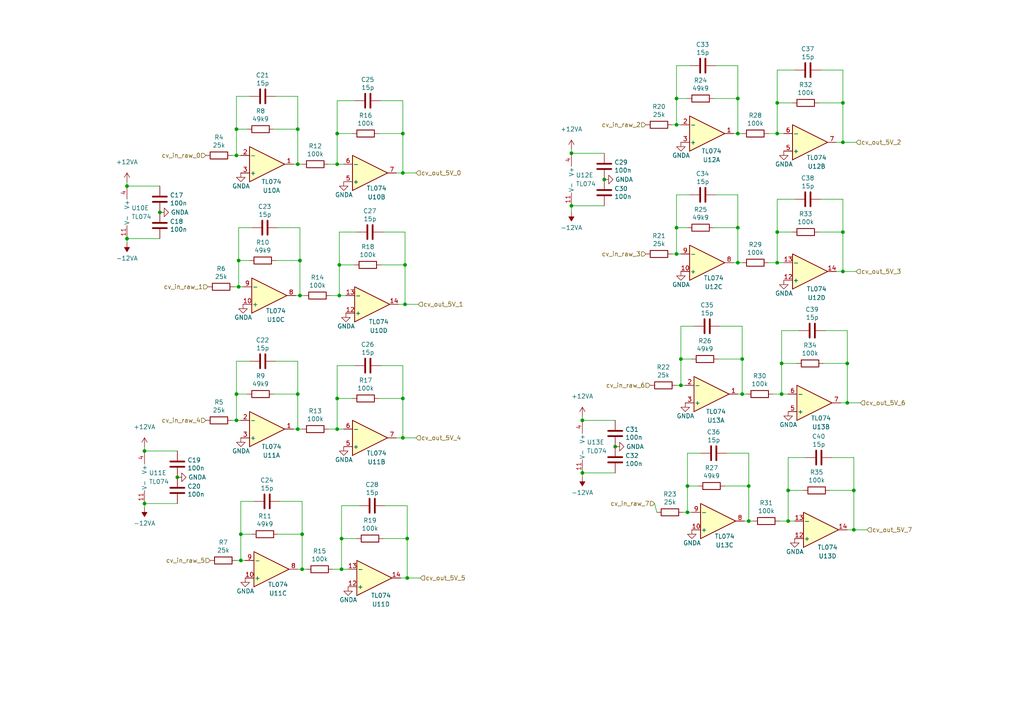
<source format=kicad_sch>
(kicad_sch (version 20211123) (generator eeschema)
  (paper "A4")
  (lib_symbols
    (symbol "Amplifier_Operational:TL074" (pin_names (offset 0.127))
      (property "Reference" "U" (at 0 5.08 0))
      (property "Value" "TL074" (at 0 -5.08 0))
      (symbol "TL074_1_1"
        (polyline (pts (xy -5.08 5.08) (xy 5.08 0) (xy -5.08 -5.08) (xy -5.08 5.08)) (stroke (width 0.254)) (fill (type background)))
        (pin output line (at 7.62 0 180) (length 2.54) (name "~") (number "1"))
        (pin input line (at -7.62 -2.54 0) (length 2.54) (name "-") (number "2"))
        (pin input line (at -7.62 2.54 0) (length 2.54) (name "+") (number "3"))
      )
      (symbol "TL074_2_1"
        (polyline (pts (xy -5.08 5.08) (xy 5.08 0) (xy -5.08 -5.08) (xy -5.08 5.08)) (stroke (width 0.254)) (fill (type background)))
        (pin input line (at -7.62 2.54 0) (length 2.54) (name "+") (number "5"))
        (pin input line (at -7.62 -2.54 0) (length 2.54) (name "-") (number "6"))
        (pin output line (at 7.62 0 180) (length 2.54) (name "~") (number "7"))
      )
      (symbol "TL074_3_1"
        (polyline (pts (xy -5.08 5.08) (xy 5.08 0) (xy -5.08 -5.08) (xy -5.08 5.08)) (stroke (width 0.254)) (fill (type background)))
        (pin input line (at -7.62 2.54 0) (length 2.54) (name "+") (number "10"))
        (pin output line (at 7.62 0 180) (length 2.54) (name "~") (number "8"))
        (pin input line (at -7.62 -2.54 0) (length 2.54) (name "-") (number "9"))
      )
      (symbol "TL074_4_1"
        (polyline (pts (xy -5.08 5.08) (xy 5.08 0) (xy -5.08 -5.08) (xy -5.08 5.08)) (stroke (width 0.254)) (fill (type background)))
        (pin input line (at -7.62 2.54 0) (length 2.54) (name "+") (number "12"))
        (pin input line (at -7.62 -2.54 0) (length 2.54) (name "-") (number "13"))
        (pin output line (at 7.62 0 180) (length 2.54) (name "~") (number "14"))
      )
      (symbol "TL074_5_1"
        (pin power_in line (at -2.54 -7.62 90) (length 3.81) (name "V-") (number "11"))
        (pin power_in line (at -2.54 7.62 270) (length 3.81) (name "V+") (number "4"))
      )
    )
    (symbol "Device:C" (pin_numbers hide) (pin_names (offset 0.254))
      (property "Reference" "C" (at 0.635 2.54 0))
      (property "Value" "C" (at 0.635 -2.54 0))
      (symbol "C_0_1"
        (polyline (pts (xy -2.032 -0.762) (xy 2.032 -0.762)) (stroke (width 0.508)))
        (polyline (pts (xy -2.032 0.762) (xy 2.032 0.762)) (stroke (width 0.508)))
      )
      (symbol "C_1_1"
        (pin passive line (at 0 3.81 270) (length 2.794) (name "~") (number "1"))
        (pin passive line (at 0 -3.81 90) (length 2.794) (name "~") (number "2"))
      )
    )
    (symbol "Device:R" (pin_numbers hide) (pin_names (offset 0))
      (property "Reference" "R" (at 2.032 0 90))
      (property "Value" "R" (at 0 0 90))
      (symbol "R_0_1"
        (rectangle (start -1.016 -2.54) (end 1.016 2.54) (stroke (width 0.254)))
      )
      (symbol "R_1_1"
        (pin passive line (at 0 3.81 270) (length 1.27) (name "~") (number "1"))
        (pin passive line (at 0 -3.81 90) (length 1.27) (name "~") (number "2"))
      )
    )
    (symbol "power:+12VA" (power) (pin_names (offset 0))
      (property "Value" "+12VA" (at 0 3.556 0))
      (symbol "+12VA_0_1"
        (polyline (pts (xy -0.762 1.27) (xy 0 2.54)))
        (polyline (pts (xy 0 0) (xy 0 2.54)))
        (polyline (pts (xy 0 2.54) (xy 0.762 1.27)))
      )
      (symbol "+12VA_1_1"
        (pin power_in line (at 0 0 90) (length 0) hide (name "+12VA") (number "1"))
      )
    )
    (symbol "power:-12VA" (power) (pin_names (offset 0))
      (property "Value" "-12VA" (at 0 3.556 0))
      (symbol "-12VA_0_0"
        (pin power_in line (at 0 0 90) (length 0) hide (name "-12VA") (number "1"))
      )
      (symbol "-12VA_0_1"
        (polyline (pts (xy 0 0) (xy 0 1.27) (xy 0.762 1.27) (xy 0 2.54) (xy -0.762 1.27) (xy 0 1.27)) (fill (type outline)))
      )
    )
    (symbol "power:GNDA" (power) (pin_names (offset 0))
      (property "Value" "GNDA" (at 0 -3.81 0))
      (symbol "GNDA_0_1"
        (polyline (pts (xy 0 0) (xy 0 -1.27) (xy 1.27 -1.27) (xy 0 -2.54) (xy -1.27 -1.27) (xy 0 -1.27)))
      )
      (symbol "GNDA_1_1"
        (pin power_in line (at 0 0 270) (length 0) hide (name "GNDA") (number "1"))
      )
    )
  )
  (junction (at 41.91 130.81))
  (junction (at 68.58 37.465))
  (junction (at 98.425 76.835))
  (junction (at 118.11 156.21))
  (junction (at 213.995 38.735))
  (junction (at 244.475 67.31))
  (junction (at 178.435 129.54))
  (junction (at 36.83 69.215))
  (junction (at 247.65 153.67))
  (junction (at 69.85 154.94))
  (junction (at 68.58 45.085))
  (junction (at 168.91 137.16))
  (junction (at 213.995 28.575))
  (junction (at 41.91 146.05))
  (junction (at 199.39 140.97))
  (junction (at 69.215 75.565))
  (junction (at 225.425 38.735))
  (junction (at 117.475 76.835))
  (junction (at 196.215 66.04))
  (junction (at 226.695 114.3))
  (junction (at 245.745 116.84))
  (junction (at 68.58 114.3))
  (junction (at 165.735 59.69))
  (junction (at 247.65 142.24))
  (junction (at 245.745 105.41))
  (junction (at 86.36 124.46))
  (junction (at 228.6 142.24))
  (junction (at 51.435 138.43))
  (junction (at 86.36 114.3))
  (junction (at 116.84 38.735))
  (junction (at 168.91 121.92))
  (junction (at 86.995 75.565))
  (junction (at 98.425 85.725))
  (junction (at 99.06 156.21))
  (junction (at 213.995 66.04))
  (junction (at 86.995 85.725))
  (junction (at 97.79 47.625))
  (junction (at 99.06 165.1))
  (junction (at 225.425 29.845))
  (junction (at 175.26 52.07))
  (junction (at 97.79 38.735))
  (junction (at 86.36 37.465))
  (junction (at 217.17 140.97))
  (junction (at 86.36 47.625))
  (junction (at 228.6 151.13))
  (junction (at 116.84 127))
  (junction (at 165.735 44.45))
  (junction (at 197.485 111.76))
  (junction (at 225.425 67.31))
  (junction (at 244.475 29.845))
  (junction (at 97.79 115.57))
  (junction (at 199.39 148.59))
  (junction (at 197.485 104.14))
  (junction (at 196.215 36.195))
  (junction (at 69.215 83.185))
  (junction (at 244.475 78.74))
  (junction (at 196.215 73.66))
  (junction (at 87.63 154.94))
  (junction (at 68.58 121.92))
  (junction (at 244.475 41.275))
  (junction (at 117.475 88.265))
  (junction (at 215.265 104.14))
  (junction (at 116.84 115.57))
  (junction (at 46.355 61.595))
  (junction (at 225.425 76.2))
  (junction (at 36.83 53.975))
  (junction (at 196.215 28.575))
  (junction (at 69.85 162.56))
  (junction (at 213.995 76.2))
  (junction (at 97.79 124.46))
  (junction (at 116.84 50.165))
  (junction (at 215.265 114.3))
  (junction (at 226.695 105.41))
  (junction (at 87.63 165.1))
  (junction (at 217.17 151.13))
  (junction (at 118.11 167.64))
  (wire (pts (xy 199.39 131.445) (xy 199.39 140.97)))
  (wire (pts (xy 197.485 111.76) (xy 197.485 104.14)))
  (wire (pts (xy 36.83 70.485) (xy 36.83 69.215)))
  (wire (pts (xy 116.84 38.735) (xy 116.84 50.165)))
  (wire (pts (xy 86.36 47.625) (xy 85.09 47.625)))
  (wire (pts (xy 213.995 76.2) (xy 212.725 76.2)))
  (wire (pts (xy 79.375 37.465) (xy 86.36 37.465)))
  (wire (pts (xy 215.265 114.3) (xy 216.535 114.3)))
  (wire (pts (xy 68.58 37.465) (xy 71.755 37.465)))
  (wire (pts (xy 111.76 146.685) (xy 118.11 146.685)))
  (wire (pts (xy 73.66 145.415) (xy 69.85 145.415)))
  (wire (pts (xy 228.6 142.24) (xy 228.6 151.13)))
  (wire (pts (xy 86.36 124.46) (xy 85.09 124.46)))
  (wire (pts (xy 68.58 162.56) (xy 69.85 162.56)))
  (wire (pts (xy 196.215 36.195) (xy 196.215 28.575)))
  (wire (pts (xy 116.84 106.045) (xy 116.84 115.57)))
  (wire (pts (xy 200.025 56.515) (xy 196.215 56.515)))
  (wire (pts (xy 86.36 104.775) (xy 86.36 114.3)))
  (wire (pts (xy 244.475 41.275) (xy 242.57 41.275)))
  (wire (pts (xy 213.995 38.735) (xy 215.265 38.735)))
  (wire (pts (xy 41.91 129.54) (xy 41.91 130.81)))
  (wire (pts (xy 68.58 104.775) (xy 68.58 114.3)))
  (wire (pts (xy 244.475 57.785) (xy 244.475 67.31)))
  (wire (pts (xy 233.68 132.715) (xy 228.6 132.715)))
  (wire (pts (xy 81.28 145.415) (xy 87.63 145.415)))
  (wire (pts (xy 213.995 19.05) (xy 213.995 28.575)))
  (wire (pts (xy 116.84 29.21) (xy 116.84 38.735)))
  (wire (pts (xy 228.6 132.715) (xy 228.6 142.24)))
  (wire (pts (xy 196.215 28.575) (xy 199.39 28.575)))
  (wire (pts (xy 67.945 83.185) (xy 69.215 83.185)))
  (wire (pts (xy 197.485 111.76) (xy 198.755 111.76)))
  (wire (pts (xy 222.885 76.2) (xy 225.425 76.2)))
  (wire (pts (xy 87.63 154.94) (xy 87.63 165.1)))
  (wire (pts (xy 98.425 67.31) (xy 98.425 76.835)))
  (wire (pts (xy 69.85 154.94) (xy 73.025 154.94)))
  (wire (pts (xy 198.12 148.59) (xy 199.39 148.59)))
  (wire (pts (xy 111.125 67.31) (xy 117.475 67.31)))
  (wire (pts (xy 97.79 38.735) (xy 102.235 38.735)))
  (wire (pts (xy 210.82 131.445) (xy 217.17 131.445)))
  (wire (pts (xy 95.25 124.46) (xy 97.79 124.46)))
  (wire (pts (xy 196.215 73.66) (xy 197.485 73.66)))
  (wire (pts (xy 98.425 85.725) (xy 100.33 85.725)))
  (wire (pts (xy 68.58 114.3) (xy 71.755 114.3)))
  (wire (pts (xy 210.185 140.97) (xy 217.17 140.97)))
  (wire (pts (xy 245.745 105.41) (xy 245.745 116.84)))
  (wire (pts (xy 215.265 104.14) (xy 215.265 114.3)))
  (wire (pts (xy 99.06 146.685) (xy 99.06 156.21)))
  (wire (pts (xy 245.745 95.885) (xy 245.745 105.41)))
  (wire (pts (xy 226.695 95.885) (xy 226.695 105.41)))
  (wire (pts (xy 68.58 121.92) (xy 69.85 121.92)))
  (wire (pts (xy 97.79 124.46) (xy 99.695 124.46)))
  (wire (pts (xy 99.06 156.21) (xy 103.505 156.21)))
  (wire (pts (xy 69.215 66.04) (xy 69.215 75.565)))
  (wire (pts (xy 231.775 95.885) (xy 226.695 95.885)))
  (wire (pts (xy 117.475 88.265) (xy 121.285 88.265)))
  (wire (pts (xy 109.855 38.735) (xy 116.84 38.735)))
  (wire (pts (xy 213.995 38.735) (xy 212.725 38.735)))
  (wire (pts (xy 203.2 131.445) (xy 199.39 131.445)))
  (wire (pts (xy 97.79 115.57) (xy 97.79 124.46)))
  (wire (pts (xy 95.885 85.725) (xy 98.425 85.725)))
  (wire (pts (xy 237.49 67.31) (xy 244.475 67.31)))
  (wire (pts (xy 244.475 67.31) (xy 244.475 78.74)))
  (wire (pts (xy 207.01 28.575) (xy 213.995 28.575)))
  (wire (pts (xy 118.11 167.64) (xy 116.205 167.64)))
  (wire (pts (xy 41.91 147.32) (xy 41.91 146.05)))
  (wire (pts (xy 213.995 66.04) (xy 213.995 76.2)))
  (wire (pts (xy 217.17 140.97) (xy 217.17 151.13)))
  (wire (pts (xy 95.25 47.625) (xy 97.79 47.625)))
  (wire (pts (xy 178.435 137.16) (xy 168.91 137.16)))
  (wire (pts (xy 215.265 114.3) (xy 213.995 114.3)))
  (wire (pts (xy 68.58 45.085) (xy 68.58 37.465)))
  (wire (pts (xy 68.58 121.92) (xy 68.58 114.3)))
  (wire (pts (xy 116.84 115.57) (xy 116.84 127)))
  (wire (pts (xy 97.79 29.21) (xy 97.79 38.735)))
  (wire (pts (xy 244.475 29.845) (xy 244.475 41.275)))
  (wire (pts (xy 197.485 94.615) (xy 197.485 104.14)))
  (wire (pts (xy 87.63 165.1) (xy 88.9 165.1)))
  (wire (pts (xy 86.36 124.46) (xy 87.63 124.46)))
  (wire (pts (xy 207.645 19.05) (xy 213.995 19.05)))
  (wire (pts (xy 86.995 75.565) (xy 86.995 85.725)))
  (wire (pts (xy 104.14 146.685) (xy 99.06 146.685)))
  (wire (pts (xy 207.645 56.515) (xy 213.995 56.515)))
  (wire (pts (xy 86.995 66.04) (xy 86.995 75.565)))
  (wire (pts (xy 67.31 45.085) (xy 68.58 45.085)))
  (wire (pts (xy 69.215 83.185) (xy 70.485 83.185)))
  (wire (pts (xy 36.83 52.705) (xy 36.83 53.975)))
  (wire (pts (xy 230.505 20.32) (xy 225.425 20.32)))
  (wire (pts (xy 225.425 29.845) (xy 225.425 38.735)))
  (wire (pts (xy 102.87 29.21) (xy 97.79 29.21)))
  (wire (pts (xy 225.425 76.2) (xy 227.33 76.2)))
  (wire (pts (xy 225.425 38.735) (xy 227.33 38.735)))
  (wire (pts (xy 247.65 132.715) (xy 247.65 142.24)))
  (wire (pts (xy 116.84 127) (xy 114.935 127)))
  (wire (pts (xy 86.995 85.725) (xy 88.265 85.725)))
  (wire (pts (xy 99.06 156.21) (xy 99.06 165.1)))
  (wire (pts (xy 228.6 151.13) (xy 230.505 151.13)))
  (wire (pts (xy 110.49 76.835) (xy 117.475 76.835)))
  (wire (pts (xy 117.475 76.835) (xy 117.475 88.265)))
  (wire (pts (xy 247.65 153.67) (xy 251.46 153.67)))
  (wire (pts (xy 69.215 75.565) (xy 72.39 75.565)))
  (wire (pts (xy 238.76 105.41) (xy 245.745 105.41)))
  (wire (pts (xy 165.735 59.69) (xy 165.735 61.595)))
  (wire (pts (xy 225.425 67.31) (xy 229.87 67.31)))
  (wire (pts (xy 217.17 151.13) (xy 215.9 151.13)))
  (wire (pts (xy 230.505 57.785) (xy 225.425 57.785)))
  (wire (pts (xy 79.375 114.3) (xy 86.36 114.3)))
  (wire (pts (xy 222.885 38.735) (xy 225.425 38.735)))
  (wire (pts (xy 225.425 57.785) (xy 225.425 67.31)))
  (wire (pts (xy 80.645 66.04) (xy 86.995 66.04)))
  (wire (pts (xy 224.155 114.3) (xy 226.695 114.3)))
  (wire (pts (xy 118.11 156.21) (xy 118.11 167.64)))
  (wire (pts (xy 244.475 20.32) (xy 244.475 29.845)))
  (wire (pts (xy 80.01 104.775) (xy 86.36 104.775)))
  (wire (pts (xy 226.06 151.13) (xy 228.6 151.13)))
  (wire (pts (xy 199.39 148.59) (xy 200.66 148.59)))
  (wire (pts (xy 237.49 29.845) (xy 244.475 29.845)))
  (wire (pts (xy 116.84 50.165) (xy 120.65 50.165)))
  (wire (pts (xy 116.84 50.165) (xy 114.935 50.165)))
  (wire (pts (xy 226.695 105.41) (xy 231.14 105.41)))
  (wire (pts (xy 69.85 162.56) (xy 69.85 154.94)))
  (wire (pts (xy 196.215 73.66) (xy 196.215 66.04)))
  (wire (pts (xy 239.395 95.885) (xy 245.745 95.885)))
  (wire (pts (xy 240.665 142.24) (xy 247.65 142.24)))
  (wire (pts (xy 97.79 106.045) (xy 97.79 115.57)))
  (wire (pts (xy 51.435 146.05) (xy 41.91 146.05)))
  (wire (pts (xy 86.36 27.94) (xy 86.36 37.465)))
  (wire (pts (xy 98.425 76.835) (xy 98.425 85.725)))
  (wire (pts (xy 168.91 120.65) (xy 168.91 121.92)))
  (wire (pts (xy 225.425 29.845) (xy 229.87 29.845)))
  (wire (pts (xy 97.79 38.735) (xy 97.79 47.625)))
  (wire (pts (xy 213.995 76.2) (xy 215.265 76.2)))
  (wire (pts (xy 72.39 104.775) (xy 68.58 104.775)))
  (wire (pts (xy 168.91 121.92) (xy 178.435 121.92)))
  (wire (pts (xy 244.475 78.74) (xy 242.57 78.74)))
  (wire (pts (xy 36.83 53.975) (xy 46.355 53.975)))
  (wire (pts (xy 196.215 19.05) (xy 196.215 28.575)))
  (wire (pts (xy 226.695 114.3) (xy 228.6 114.3)))
  (wire (pts (xy 80.01 75.565) (xy 86.995 75.565)))
  (wire (pts (xy 165.735 44.45) (xy 175.26 44.45)))
  (wire (pts (xy 72.39 27.94) (xy 68.58 27.94)))
  (wire (pts (xy 225.425 20.32) (xy 225.425 29.845)))
  (wire (pts (xy 116.84 127) (xy 120.65 127)))
  (wire (pts (xy 86.36 114.3) (xy 86.36 124.46)))
  (wire (pts (xy 196.215 66.04) (xy 199.39 66.04)))
  (wire (pts (xy 194.945 36.195) (xy 196.215 36.195)))
  (wire (pts (xy 197.485 104.14) (xy 200.66 104.14)))
  (wire (pts (xy 196.215 111.76) (xy 197.485 111.76)))
  (wire (pts (xy 196.215 56.515) (xy 196.215 66.04)))
  (wire (pts (xy 110.49 29.21) (xy 116.84 29.21)))
  (wire (pts (xy 238.125 57.785) (xy 244.475 57.785)))
  (wire (pts (xy 117.475 67.31) (xy 117.475 76.835)))
  (wire (pts (xy 69.215 83.185) (xy 69.215 75.565)))
  (wire (pts (xy 68.58 27.94) (xy 68.58 37.465)))
  (wire (pts (xy 217.17 151.13) (xy 218.44 151.13)))
  (wire (pts (xy 98.425 76.835) (xy 102.87 76.835)))
  (wire (pts (xy 199.39 140.97) (xy 202.565 140.97)))
  (wire (pts (xy 96.52 165.1) (xy 99.06 165.1)))
  (wire (pts (xy 69.85 145.415) (xy 69.85 154.94)))
  (wire (pts (xy 67.31 121.92) (xy 68.58 121.92)))
  (wire (pts (xy 87.63 165.1) (xy 86.36 165.1)))
  (wire (pts (xy 200.025 19.05) (xy 196.215 19.05)))
  (wire (pts (xy 199.39 148.59) (xy 199.39 140.97)))
  (wire (pts (xy 213.995 56.515) (xy 213.995 66.04)))
  (wire (pts (xy 97.79 47.625) (xy 99.695 47.625)))
  (wire (pts (xy 247.65 153.67) (xy 245.745 153.67)))
  (wire (pts (xy 215.265 94.615) (xy 215.265 104.14)))
  (wire (pts (xy 118.11 167.64) (xy 121.92 167.64)))
  (wire (pts (xy 208.915 94.615) (xy 215.265 94.615)))
  (wire (pts (xy 245.745 116.84) (xy 243.84 116.84)))
  (wire (pts (xy 217.17 131.445) (xy 217.17 140.97)))
  (wire (pts (xy 244.475 41.275) (xy 248.285 41.275)))
  (wire (pts (xy 86.36 37.465) (xy 86.36 47.625)))
  (wire (pts (xy 244.475 78.74) (xy 248.285 78.74)))
  (wire (pts (xy 213.995 28.575) (xy 213.995 38.735)))
  (wire (pts (xy 41.91 130.81) (xy 51.435 130.81)))
  (wire (pts (xy 103.505 67.31) (xy 98.425 67.31)))
  (wire (pts (xy 80.645 154.94) (xy 87.63 154.94)))
  (wire (pts (xy 87.63 145.415) (xy 87.63 154.94)))
  (wire (pts (xy 109.855 115.57) (xy 116.84 115.57)))
  (wire (pts (xy 80.01 27.94) (xy 86.36 27.94)))
  (wire (pts (xy 168.91 138.43) (xy 168.91 137.16)))
  (wire (pts (xy 111.125 156.21) (xy 118.11 156.21)))
  (wire (pts (xy 73.025 66.04) (xy 69.215 66.04)))
  (wire (pts (xy 208.28 104.14) (xy 215.265 104.14)))
  (wire (pts (xy 245.745 116.84) (xy 249.555 116.84)))
  (wire (pts (xy 201.295 94.615) (xy 197.485 94.615)))
  (wire (pts (xy 165.735 43.18) (xy 165.735 44.45)))
  (wire (pts (xy 190.5 148.59) (xy 189.865 146.05)))
  (wire (pts (xy 86.995 85.725) (xy 85.725 85.725)))
  (wire (pts (xy 241.3 132.715) (xy 247.65 132.715)))
  (wire (pts (xy 110.49 106.045) (xy 116.84 106.045)))
  (wire (pts (xy 118.11 146.685) (xy 118.11 156.21)))
  (wire (pts (xy 46.355 69.215) (xy 36.83 69.215)))
  (wire (pts (xy 196.215 36.195) (xy 197.485 36.195)))
  (wire (pts (xy 247.65 142.24) (xy 247.65 153.67)))
  (wire (pts (xy 117.475 88.265) (xy 115.57 88.265)))
  (wire (pts (xy 175.26 59.69) (xy 165.735 59.69)))
  (wire (pts (xy 99.06 165.1) (xy 100.965 165.1)))
  (wire (pts (xy 102.87 106.045) (xy 97.79 106.045)))
  (wire (pts (xy 228.6 142.24) (xy 233.045 142.24)))
  (wire (pts (xy 69.85 162.56) (xy 71.12 162.56)))
  (wire (pts (xy 225.425 67.31) (xy 225.425 76.2)))
  (wire (pts (xy 207.01 66.04) (xy 213.995 66.04)))
  (wire (pts (xy 238.125 20.32) (xy 244.475 20.32)))
  (wire (pts (xy 68.58 45.085) (xy 69.85 45.085)))
  (wire (pts (xy 194.945 73.66) (xy 196.215 73.66)))
  (wire (pts (xy 97.79 115.57) (xy 102.235 115.57)))
  (wire (pts (xy 226.695 105.41) (xy 226.695 114.3)))
  (wire (pts (xy 86.36 47.625) (xy 87.63 47.625)))
  (hierarchical_label "cv_out_5V_6" (shape input) (at 249.555 116.84 0))
  (hierarchical_label "cv_out_5V_5" (shape input) (at 121.92 167.64 0))
  (hierarchical_label "cv_in_raw_0" (shape input) (at 59.69 45.085 180))
  (hierarchical_label "cv_in_raw_5" (shape input) (at 60.96 162.56 180))
  (hierarchical_label "cv_in_raw_6" (shape input) (at 188.595 111.76 180))
  (hierarchical_label "cv_in_raw_2" (shape input) (at 187.325 36.195 180))
  (hierarchical_label "cv_out_5V_7" (shape input) (at 251.46 153.67 0))
  (hierarchical_label "cv_out_5V_1" (shape input) (at 121.285 88.265 0))
  (hierarchical_label "cv_in_raw_1" (shape input) (at 60.325 83.185 180))
  (hierarchical_label "cv_in_raw_3" (shape input) (at 187.325 73.66 180))
  (hierarchical_label "cv_out_5V_3" (shape input) (at 248.285 78.74 0))
  (hierarchical_label "cv_out_5V_4" (shape input) (at 120.65 127 0))
  (hierarchical_label "cv_in_raw_7" (shape input) (at 189.865 146.05 180))
  (hierarchical_label "cv_out_5V_0" (shape input) (at 120.65 50.165 0))
  (hierarchical_label "cv_out_5V_2" (shape input) (at 248.285 41.275 0))
  (hierarchical_label "cv_in_raw_4" (shape input) (at 59.69 121.92 180))
  (symbol (lib_id "power:GNDA") (at 228.6 119.38 0) (mirror y) (unit 1)
    (property "Reference" "#PWR0139" (effects hide))
    (property "Value" "GNDA" (at 226.06 123.19 0) (effects (justify right)))
  )
  (symbol (lib_id "Device:R") (at 75.565 114.3 270) (unit 1)
    (property "Reference" "R9" (at 75.565 109.0422 90))
    (property "Value" "49k9" (at 75.565 111.3536 90))
    (property "Footprint" "Resistor_SMD:R_0603_1608Metric" (effects hide))
    (property "LCSC" "C25804" (effects hide))
  )
  (symbol (lib_id "Amplifier_Operational:TL074") (at 108.585 167.64 0) (mirror x) (unit 4)
    (property "Reference" "U11" (at 110.49 175.26 0))
    (property "Value" "TL074" (at 110.49 172.72 0))
    (property "Footprint" "TL074HIDYYR:SOP50P326X110-14N" (effects hide))
    (property "Datasheet" "http://www.ti.com/lit/ds/symlink/tl071.pdf" (effects hide))
  )
  (symbol (lib_id "Amplifier_Operational:TL074") (at 234.95 78.74 0) (mirror x) (unit 4)
    (property "Reference" "U12" (at 236.855 86.36 0))
    (property "Value" "TL074" (at 236.855 83.82 0))
    (property "Footprint" "TL074HIDYYR:SOP50P326X110-14N" (effects hide))
    (property "Datasheet" "http://www.ti.com/lit/ds/symlink/tl071.pdf" (effects hide))
  )
  (symbol (lib_id "power:GNDA") (at 178.435 129.54 90) (mirror x) (unit 1)
    (property "Reference" "#PWR0128" (effects hide))
    (property "Value" "GNDA" (at 181.61 129.54 90) (effects (justify right)))
  )
  (symbol (lib_id "Amplifier_Operational:TL074") (at 234.95 41.275 0) (mirror x) (unit 2)
    (property "Reference" "U12" (at 236.855 48.26 0))
    (property "Value" "TL074" (at 236.855 45.72 0))
    (property "Footprint" "TL074HIDYYR:SOP50P326X110-14N" (effects hide))
    (property "Datasheet" "http://www.ti.com/lit/ds/symlink/tl071.pdf" (effects hide))
  )
  (symbol (lib_id "Device:R") (at 220.345 114.3 270) (unit 1)
    (property "Reference" "R30" (at 220.345 109.0422 90))
    (property "Value" "100k" (at 220.345 111.3536 90))
    (property "Footprint" "Resistor_SMD:R_0603_1608Metric" (effects hide))
    (property "LCSC" "C25804" (effects hide))
  )
  (symbol (lib_id "power:GNDA") (at 197.485 78.74 0) (mirror y) (unit 1)
    (property "Reference" "#PWR0132" (effects hide))
    (property "Value" "GNDA" (at 194.945 82.55 0) (effects (justify right)))
  )
  (symbol (lib_id "Amplifier_Operational:TL074") (at 206.375 114.3 0) (mirror x) (unit 1)
    (property "Reference" "U13" (at 207.645 121.92 0))
    (property "Value" "TL074" (at 207.645 119.38 0))
    (property "Footprint" "TL074HIDYYR:SOP50P326X110-14N" (effects hide))
    (property "Datasheet" "http://www.ti.com/lit/ds/symlink/tl071.pdf" (effects hide))
  )
  (symbol (lib_id "power:GNDA") (at 69.85 127 0) (mirror y) (unit 1)
    (property "Reference" "#PWR0103" (effects hide))
    (property "Value" "GNDA" (at 67.31 130.81 0) (effects (justify right)))
  )
  (symbol (lib_id "Device:R") (at 203.2 66.04 270) (unit 1)
    (property "Reference" "R25" (at 203.2 60.7822 90))
    (property "Value" "49k9" (at 203.2 63.0936 90))
    (property "Footprint" "Resistor_SMD:R_0603_1608Metric" (effects hide))
    (property "LCSC" "C25804" (effects hide))
  )
  (symbol (lib_id "Device:R") (at 233.68 67.31 270) (unit 1)
    (property "Reference" "R33" (at 233.68 62.0522 90))
    (property "Value" "100k" (at 233.68 64.3636 90))
    (property "Footprint" "Resistor_SMD:R_0603_1608Metric" (effects hide))
    (property "LCSC" "C25804" (effects hide))
  )
  (symbol (lib_id "Device:C") (at 175.26 48.26 0) (unit 1)
    (property "Reference" "C29" (at 178.181 47.0916 0) (effects (justify left)))
    (property "Value" "100n" (at 178.181 49.403 0) (effects (justify left)))
    (property "Footprint" "Capacitor_SMD:C_0603_1608Metric" (effects hide))
    (property "LCSC" "C14663" (effects hide))
  )
  (symbol (lib_id "Amplifier_Operational:TL074") (at 205.105 76.2 0) (mirror x) (unit 3)
    (property "Reference" "U12" (at 207.01 83.185 0))
    (property "Value" "TL074" (at 207.01 80.645 0))
    (property "Footprint" "TL074HIDYYR:SOP50P326X110-14N" (effects hide))
    (property "Datasheet" "http://www.ti.com/lit/ds/symlink/tl071.pdf" (effects hide))
  )
  (symbol (lib_id "power:-12VA") (at 41.91 147.32 0) (mirror x) (unit 1)
    (property "Reference" "#PWR082" (effects hide))
    (property "Value" "-12VA" (at 41.91 151.765 0))
  )
  (symbol (lib_id "Device:C") (at 205.105 94.615 90) (unit 1)
    (property "Reference" "C35" (at 207.01 88.4936 90) (effects (justify left)))
    (property "Value" "15p" (at 207.01 90.805 90) (effects (justify left)))
    (property "Footprint" "Capacitor_SMD:C_0603_1608Metric" (effects hide))
    (property "LCSC" "C14663" (effects hide))
  )
  (symbol (lib_id "Device:C") (at 175.26 55.88 0) (unit 1)
    (property "Reference" "C30" (at 178.181 54.7116 0) (effects (justify left)))
    (property "Value" "100n" (at 178.181 57.023 0) (effects (justify left)))
    (property "Footprint" "Capacitor_SMD:C_0603_1608Metric" (effects hide))
    (property "LCSC" "C14663" (effects hide))
  )
  (symbol (lib_id "Device:C") (at 106.68 29.21 90) (unit 1)
    (property "Reference" "C25" (at 108.585 23.0886 90) (effects (justify left)))
    (property "Value" "15p" (at 108.585 25.4 90) (effects (justify left)))
    (property "Footprint" "Capacitor_SMD:C_0603_1608Metric" (effects hide))
    (property "LCSC" "C14663" (effects hide))
  )
  (symbol (lib_id "Amplifier_Operational:TL074") (at 168.275 52.07 0) (unit 5)
    (property "Reference" "U12" (at 167.005 50.7999 0) (effects (justify left)))
    (property "Value" "TL074" (at 167.005 53.3399 0) (effects (justify left)))
    (property "Footprint" "TL074HIDYYR:SOP50P326X110-14N" (effects hide))
    (property "Datasheet" "http://www.ti.com/lit/ds/symlink/tl071.pdf" (effects hide))
  )
  (symbol (lib_id "Device:C") (at 107.95 146.685 90) (unit 1)
    (property "Reference" "C28" (at 109.855 140.5636 90) (effects (justify left)))
    (property "Value" "15p" (at 109.855 142.875 90) (effects (justify left)))
    (property "Footprint" "Capacitor_SMD:C_0603_1608Metric" (effects hide))
    (property "LCSC" "C14663" (effects hide))
  )
  (symbol (lib_id "Device:C") (at 235.585 95.885 90) (unit 1)
    (property "Reference" "C39" (at 237.49 89.7636 90) (effects (justify left)))
    (property "Value" "15p" (at 237.49 92.075 90) (effects (justify left)))
    (property "Footprint" "Capacitor_SMD:C_0603_1608Metric" (effects hide))
    (property "LCSC" "C14663" (effects hide))
  )
  (symbol (lib_id "Device:C") (at 76.835 66.04 90) (unit 1)
    (property "Reference" "C23" (at 78.74 59.9186 90) (effects (justify left)))
    (property "Value" "15p" (at 78.74 62.23 90) (effects (justify left)))
    (property "Footprint" "Capacitor_SMD:C_0603_1608Metric" (effects hide))
    (property "LCSC" "C14663" (effects hide))
  )
  (symbol (lib_id "power:+12VA") (at 41.91 129.54 0) (unit 1)
    (property "Reference" "#PWR081" (effects hide))
    (property "Value" "+12VA" (at 41.91 123.825 0))
  )
  (symbol (lib_id "power:GNDA") (at 99.695 129.54 0) (mirror y) (unit 1)
    (property "Reference" "#PWR0124" (effects hide))
    (property "Value" "GNDA" (at 97.155 133.35 0) (effects (justify right)))
  )
  (symbol (lib_id "power:GNDA") (at 227.33 81.28 0) (mirror y) (unit 1)
    (property "Reference" "#PWR0138" (effects hide))
    (property "Value" "GNDA" (at 224.79 85.09 0) (effects (justify right)))
  )
  (symbol (lib_id "Device:R") (at 63.5 121.92 270) (unit 1)
    (property "Reference" "R5" (at 63.5 116.6622 90))
    (property "Value" "25k" (at 63.5 118.9736 90))
    (property "Footprint" "Resistor_SMD:R_0603_1608Metric" (effects hide))
    (property "LCSC" "C25804" (effects hide))
  )
  (symbol (lib_id "power:+12VA") (at 165.735 43.18 0) (unit 1)
    (property "Reference" "#PWR093" (effects hide))
    (property "Value" "+12VA" (at 165.735 37.465 0))
  )
  (symbol (lib_id "Device:R") (at 194.31 148.59 270) (unit 1)
    (property "Reference" "R23" (at 194.31 143.3322 90))
    (property "Value" "25k" (at 194.31 145.6436 90))
    (property "Footprint" "Resistor_SMD:R_0603_1608Metric" (effects hide))
    (property "LCSC" "C25804" (effects hide))
  )
  (symbol (lib_id "power:GNDA") (at 198.755 116.84 0) (mirror y) (unit 1)
    (property "Reference" "#PWR0133" (effects hide))
    (property "Value" "GNDA" (at 196.215 120.65 0) (effects (justify right)))
  )
  (symbol (lib_id "Amplifier_Operational:TL074") (at 171.45 129.54 0) (unit 5)
    (property "Reference" "U13" (at 170.18 128.2699 0) (effects (justify left)))
    (property "Value" "TL074" (at 170.18 130.8099 0) (effects (justify left)))
    (property "Footprint" "TL074HIDYYR:SOP50P326X110-14N" (effects hide))
    (property "Datasheet" "http://www.ti.com/lit/ds/symlink/tl071.pdf" (effects hide))
  )
  (symbol (lib_id "power:GNDA") (at 70.485 88.265 0) (mirror y) (unit 1)
    (property "Reference" "#PWR0104" (effects hide))
    (property "Value" "GNDA" (at 67.945 92.075 0) (effects (justify right)))
  )
  (symbol (lib_id "Device:R") (at 91.44 124.46 270) (unit 1)
    (property "Reference" "R13" (at 91.44 119.2022 90))
    (property "Value" "100k" (at 91.44 121.5136 90))
    (property "Footprint" "Resistor_SMD:R_0603_1608Metric" (effects hide))
    (property "LCSC" "C25804" (effects hide))
  )
  (symbol (lib_id "Amplifier_Operational:TL074") (at 208.28 151.13 0) (mirror x) (unit 3)
    (property "Reference" "U13" (at 210.185 158.115 0))
    (property "Value" "TL074" (at 210.185 155.575 0))
    (property "Footprint" "TL074HIDYYR:SOP50P326X110-14N" (effects hide))
    (property "Datasheet" "http://www.ti.com/lit/ds/symlink/tl071.pdf" (effects hide))
  )
  (symbol (lib_id "Device:C") (at 203.835 56.515 90) (unit 1)
    (property "Reference" "C34" (at 205.74 50.3936 90) (effects (justify left)))
    (property "Value" "15p" (at 205.74 52.705 90) (effects (justify left)))
    (property "Footprint" "Capacitor_SMD:C_0603_1608Metric" (effects hide))
    (property "LCSC" "C14663" (effects hide))
  )
  (symbol (lib_id "Amplifier_Operational:TL074") (at 107.95 88.265 0) (mirror x) (unit 4)
    (property "Reference" "U10" (at 109.855 95.885 0))
    (property "Value" "TL074" (at 109.855 93.345 0))
    (property "Footprint" "TL074HIDYYR:SOP50P326X110-14N" (effects hide))
    (property "Datasheet" "http://www.ti.com/lit/ds/symlink/tl071.pdf" (effects hide))
  )
  (symbol (lib_id "Device:R") (at 75.565 37.465 270) (unit 1)
    (property "Reference" "R8" (at 75.565 32.2072 90))
    (property "Value" "49k9" (at 75.565 34.5186 90))
    (property "Footprint" "Resistor_SMD:R_0603_1608Metric" (effects hide))
    (property "LCSC" "C25804" (effects hide))
  )
  (symbol (lib_id "Amplifier_Operational:TL074") (at 44.45 138.43 0) (unit 5)
    (property "Reference" "U11" (at 43.18 137.1599 0) (effects (justify left)))
    (property "Value" "TL074" (at 43.18 139.6999 0) (effects (justify left)))
    (property "Footprint" "TL074HIDYYR:SOP50P326X110-14N" (effects hide))
    (property "Datasheet" "http://www.ti.com/lit/ds/symlink/tl071.pdf" (effects hide))
  )
  (symbol (lib_id "Device:C") (at 106.68 106.045 90) (unit 1)
    (property "Reference" "C26" (at 108.585 99.9236 90) (effects (justify left)))
    (property "Value" "15p" (at 108.585 102.235 90) (effects (justify left)))
    (property "Footprint" "Capacitor_SMD:C_0603_1608Metric" (effects hide))
    (property "LCSC" "C14663" (effects hide))
  )
  (symbol (lib_id "power:+12VA") (at 168.91 120.65 0) (unit 1)
    (property "Reference" "#PWR095" (effects hide))
    (property "Value" "+12VA" (at 168.91 114.935 0))
  )
  (symbol (lib_id "Device:R") (at 204.47 104.14 270) (unit 1)
    (property "Reference" "R26" (at 204.47 98.8822 90))
    (property "Value" "49k9" (at 204.47 101.1936 90))
    (property "Footprint" "Resistor_SMD:R_0603_1608Metric" (effects hide))
    (property "LCSC" "C25804" (effects hide))
  )
  (symbol (lib_id "Device:R") (at 206.375 140.97 270) (unit 1)
    (property "Reference" "R27" (at 206.375 135.7122 90))
    (property "Value" "49k9" (at 206.375 138.0236 90))
    (property "Footprint" "Resistor_SMD:R_0603_1608Metric" (effects hide))
    (property "LCSC" "C25804" (effects hide))
  )
  (symbol (lib_id "Device:R") (at 92.71 165.1 270) (unit 1)
    (property "Reference" "R15" (at 92.71 159.8422 90))
    (property "Value" "100k" (at 92.71 162.1536 90))
    (property "Footprint" "Resistor_SMD:R_0603_1608Metric" (effects hide))
    (property "LCSC" "C25804" (effects hide))
  )
  (symbol (lib_id "Device:R") (at 92.075 85.725 270) (unit 1)
    (property "Reference" "R14" (at 92.075 80.4672 90))
    (property "Value" "100k" (at 92.075 82.7786 90))
    (property "Footprint" "Resistor_SMD:R_0603_1608Metric" (effects hide))
    (property "LCSC" "C25804" (effects hide))
  )
  (symbol (lib_id "power:GNDA") (at 51.435 138.43 90) (mirror x) (unit 1)
    (property "Reference" "#PWR0101" (effects hide))
    (property "Value" "GNDA" (at 54.61 138.43 90) (effects (justify right)))
  )
  (symbol (lib_id "Device:C") (at 234.315 57.785 90) (unit 1)
    (property "Reference" "C38" (at 236.22 51.6636 90) (effects (justify left)))
    (property "Value" "15p" (at 236.22 53.975 90) (effects (justify left)))
    (property "Footprint" "Capacitor_SMD:C_0603_1608Metric" (effects hide))
    (property "LCSC" "C14663" (effects hide))
  )
  (symbol (lib_id "power:GNDA") (at 230.505 156.21 0) (mirror y) (unit 1)
    (property "Reference" "#PWR0140" (effects hide))
    (property "Value" "GNDA" (at 227.965 160.02 0) (effects (justify right)))
  )
  (symbol (lib_id "Device:C") (at 178.435 133.35 0) (unit 1)
    (property "Reference" "C32" (at 181.356 132.1816 0) (effects (justify left)))
    (property "Value" "100n" (at 181.356 134.493 0) (effects (justify left)))
    (property "Footprint" "Capacitor_SMD:C_0603_1608Metric" (effects hide))
    (property "LCSC" "C14663" (effects hide))
  )
  (symbol (lib_id "power:GNDA") (at 100.965 170.18 0) (mirror y) (unit 1)
    (property "Reference" "#PWR0126" (effects hide))
    (property "Value" "GNDA" (at 98.425 173.99 0) (effects (justify right)))
  )
  (symbol (lib_id "Device:C") (at 76.2 104.775 90) (unit 1)
    (property "Reference" "C22" (at 78.105 98.6536 90) (effects (justify left)))
    (property "Value" "15p" (at 78.105 100.965 90) (effects (justify left)))
    (property "Footprint" "Capacitor_SMD:C_0603_1608Metric" (effects hide))
    (property "LCSC" "C14663" (effects hide))
  )
  (symbol (lib_id "Amplifier_Operational:TL074") (at 39.37 61.595 0) (unit 5)
    (property "Reference" "U10" (at 38.1 60.3249 0) (effects (justify left)))
    (property "Value" "TL074" (at 38.1 62.8649 0) (effects (justify left)))
    (property "Footprint" "TL074HIDYYR:SOP50P326X110-14N" (effects hide))
    (property "Datasheet" "http://www.ti.com/lit/ds/symlink/tl071.pdf" (effects hide))
  )
  (symbol (lib_id "Device:R") (at 222.25 151.13 270) (unit 1)
    (property "Reference" "R31" (at 222.25 145.8722 90))
    (property "Value" "100k" (at 222.25 148.1836 90))
    (property "Footprint" "Resistor_SMD:R_0603_1608Metric" (effects hide))
    (property "LCSC" "C25804" (effects hide))
  )
  (symbol (lib_id "power:-12VA") (at 168.91 138.43 0) (mirror x) (unit 1)
    (property "Reference" "#PWR096" (effects hide))
    (property "Value" "-12VA" (at 168.91 142.875 0))
  )
  (symbol (lib_id "Device:R") (at 234.95 105.41 270) (unit 1)
    (property "Reference" "R34" (at 234.95 100.1522 90))
    (property "Value" "100k" (at 234.95 102.4636 90))
    (property "Footprint" "Resistor_SMD:R_0603_1608Metric" (effects hide))
    (property "LCSC" "C25804" (effects hide))
  )
  (symbol (lib_id "Device:R") (at 106.045 38.735 270) (unit 1)
    (property "Reference" "R16" (at 106.045 33.4772 90))
    (property "Value" "100k" (at 106.045 35.7886 90))
    (property "Footprint" "Resistor_SMD:R_0603_1608Metric" (effects hide))
    (property "LCSC" "C25804" (effects hide))
  )
  (symbol (lib_id "Device:R") (at 191.135 36.195 270) (unit 1)
    (property "Reference" "R20" (at 191.135 30.9372 90))
    (property "Value" "25k" (at 191.135 33.2486 90))
    (property "Footprint" "Resistor_SMD:R_0603_1608Metric" (effects hide))
    (property "LCSC" "C25804" (effects hide))
  )
  (symbol (lib_id "power:GNDA") (at 69.85 50.165 0) (mirror y) (unit 1)
    (property "Reference" "#PWR0102" (effects hide))
    (property "Value" "GNDA" (at 67.31 53.975 0) (effects (justify right)))
  )
  (symbol (lib_id "Amplifier_Operational:TL074") (at 107.315 50.165 0) (mirror x) (unit 2)
    (property "Reference" "U10" (at 109.22 57.15 0))
    (property "Value" "TL074" (at 109.22 54.61 0))
    (property "Footprint" "TL074HIDYYR:SOP50P326X110-14N" (effects hide))
    (property "Datasheet" "http://www.ti.com/lit/ds/symlink/tl071.pdf" (effects hide))
  )
  (symbol (lib_id "power:GNDA") (at 46.355 61.595 90) (mirror x) (unit 1)
    (property "Reference" "#PWR0100" (effects hide))
    (property "Value" "GNDA" (at 49.53 61.595 90) (effects (justify right)))
  )
  (symbol (lib_id "Amplifier_Operational:TL074") (at 238.125 153.67 0) (mirror x) (unit 4)
    (property "Reference" "U13" (at 240.03 161.29 0))
    (property "Value" "TL074" (at 240.03 158.75 0))
    (property "Footprint" "TL074HIDYYR:SOP50P326X110-14N" (effects hide))
    (property "Datasheet" "http://www.ti.com/lit/ds/symlink/tl071.pdf" (effects hide))
  )
  (symbol (lib_id "power:-12VA") (at 165.735 61.595 0) (mirror x) (unit 1)
    (property "Reference" "#PWR094" (effects hide))
    (property "Value" "-12VA" (at 165.735 66.04 0))
  )
  (symbol (lib_id "power:GNDA") (at 227.33 43.815 0) (mirror y) (unit 1)
    (property "Reference" "#PWR0135" (effects hide))
    (property "Value" "GNDA" (at 224.79 47.625 0) (effects (justify right)))
  )
  (symbol (lib_id "Device:R") (at 76.835 154.94 270) (unit 1)
    (property "Reference" "R11" (at 76.835 149.6822 90))
    (property "Value" "49k9" (at 76.835 151.9936 90))
    (property "Footprint" "Resistor_SMD:R_0603_1608Metric" (effects hide))
    (property "LCSC" "C25804" (effects hide))
  )
  (symbol (lib_id "power:GNDA") (at 71.12 167.64 0) (mirror y) (unit 1)
    (property "Reference" "#PWR0105" (effects hide))
    (property "Value" "GNDA" (at 68.58 171.45 0) (effects (justify right)))
  )
  (symbol (lib_id "power:GNDA") (at 100.33 90.805 0) (mirror y) (unit 1)
    (property "Reference" "#PWR0125" (effects hide))
    (property "Value" "GNDA" (at 97.79 94.615 0) (effects (justify right)))
  )
  (symbol (lib_id "Amplifier_Operational:TL074") (at 78.105 85.725 0) (mirror x) (unit 3)
    (property "Reference" "U10" (at 80.01 92.71 0))
    (property "Value" "TL074" (at 80.01 90.17 0))
    (property "Footprint" "TL074HIDYYR:SOP50P326X110-14N" (effects hide))
    (property "Datasheet" "http://www.ti.com/lit/ds/symlink/tl071.pdf" (effects hide))
  )
  (symbol (lib_id "Device:R") (at 63.5 45.085 270) (unit 1)
    (property "Reference" "R4" (at 63.5 39.8272 90))
    (property "Value" "25k" (at 63.5 42.1386 90))
    (property "Footprint" "Resistor_SMD:R_0603_1608Metric" (effects hide))
    (property "LCSC" "C25804" (effects hide))
  )
  (symbol (lib_id "Device:C") (at 76.2 27.94 90) (unit 1)
    (property "Reference" "C21" (at 78.105 21.8186 90) (effects (justify left)))
    (property "Value" "15p" (at 78.105 24.13 90) (effects (justify left)))
    (property "Footprint" "Capacitor_SMD:C_0603_1608Metric" (effects hide))
    (property "LCSC" "C14663" (effects hide))
  )
  (symbol (lib_id "Device:R") (at 233.68 29.845 270) (unit 1)
    (property "Reference" "R32" (at 233.68 24.5872 90))
    (property "Value" "100k" (at 233.68 26.8986 90))
    (property "Footprint" "Resistor_SMD:R_0603_1608Metric" (effects hide))
    (property "LCSC" "C25804" (effects hide))
  )
  (symbol (lib_id "Device:C") (at 46.355 65.405 0) (unit 1)
    (property "Reference" "C18" (at 49.276 64.2366 0) (effects (justify left)))
    (property "Value" "100n" (at 49.276 66.548 0) (effects (justify left)))
    (property "Footprint" "Capacitor_SMD:C_0603_1608Metric" (effects hide))
    (property "LCSC" "C14663" (effects hide))
  )
  (symbol (lib_id "Device:R") (at 107.315 156.21 270) (unit 1)
    (property "Reference" "R19" (at 107.315 150.9522 90))
    (property "Value" "100k" (at 107.315 153.2636 90))
    (property "Footprint" "Resistor_SMD:R_0603_1608Metric" (effects hide))
    (property "LCSC" "C25804" (effects hide))
  )
  (symbol (lib_id "Device:R") (at 191.135 73.66 270) (unit 1)
    (property "Reference" "R21" (at 191.135 68.4022 90))
    (property "Value" "25k" (at 191.135 70.7136 90))
    (property "Footprint" "Resistor_SMD:R_0603_1608Metric" (effects hide))
    (property "LCSC" "C25804" (effects hide))
  )
  (symbol (lib_id "power:GNDA") (at 99.695 52.705 0) (mirror y) (unit 1)
    (property "Reference" "#PWR0106" (effects hide))
    (property "Value" "GNDA" (at 97.155 56.515 0) (effects (justify right)))
  )
  (symbol (lib_id "Amplifier_Operational:TL074") (at 77.47 124.46 0) (mirror x) (unit 1)
    (property "Reference" "U11" (at 78.74 132.08 0))
    (property "Value" "TL074" (at 78.74 129.54 0))
    (property "Footprint" "TL074HIDYYR:SOP50P326X110-14N" (effects hide))
    (property "Datasheet" "http://www.ti.com/lit/ds/symlink/tl071.pdf" (effects hide))
  )
  (symbol (lib_id "Device:R") (at 91.44 47.625 270) (unit 1)
    (property "Reference" "R12" (at 91.44 42.3672 90))
    (property "Value" "100k" (at 91.44 44.6786 90))
    (property "Footprint" "Resistor_SMD:R_0603_1608Metric" (effects hide))
    (property "LCSC" "C25804" (effects hide))
  )
  (symbol (lib_id "Device:R") (at 203.2 28.575 270) (unit 1)
    (property "Reference" "R24" (at 203.2 23.3172 90))
    (property "Value" "49k9" (at 203.2 25.6286 90))
    (property "Footprint" "Resistor_SMD:R_0603_1608Metric" (effects hide))
    (property "LCSC" "C25804" (effects hide))
  )
  (symbol (lib_id "Device:C") (at 237.49 132.715 90) (unit 1)
    (property "Reference" "C40" (at 239.395 126.5936 90) (effects (justify left)))
    (property "Value" "15p" (at 239.395 128.905 90) (effects (justify left)))
    (property "Footprint" "Capacitor_SMD:C_0603_1608Metric" (effects hide))
    (property "LCSC" "C14663" (effects hide))
  )
  (symbol (lib_id "Device:C") (at 234.315 20.32 90) (unit 1)
    (property "Reference" "C37" (at 236.22 14.1986 90) (effects (justify left)))
    (property "Value" "15p" (at 236.22 16.51 90) (effects (justify left)))
    (property "Footprint" "Capacitor_SMD:C_0603_1608Metric" (effects hide))
    (property "LCSC" "C14663" (effects hide))
  )
  (symbol (lib_id "Amplifier_Operational:TL074") (at 107.315 127 0) (mirror x) (unit 2)
    (property "Reference" "U11" (at 109.22 133.985 0))
    (property "Value" "TL074" (at 109.22 131.445 0))
    (property "Footprint" "TL074HIDYYR:SOP50P326X110-14N" (effects hide))
    (property "Datasheet" "http://www.ti.com/lit/ds/symlink/tl071.pdf" (effects hide))
  )
  (symbol (lib_id "Device:R") (at 219.075 76.2 270) (unit 1)
    (property "Reference" "R29" (at 219.075 70.9422 90))
    (property "Value" "100k" (at 219.075 73.2536 90))
    (property "Footprint" "Resistor_SMD:R_0603_1608Metric" (effects hide))
    (property "LCSC" "C25804" (effects hide))
  )
  (symbol (lib_id "Amplifier_Operational:TL074") (at 236.22 116.84 0) (mirror x) (unit 2)
    (property "Reference" "U13" (at 238.125 123.825 0))
    (property "Value" "TL074" (at 238.125 121.285 0))
    (property "Footprint" "TL074HIDYYR:SOP50P326X110-14N" (effects hide))
    (property "Datasheet" "http://www.ti.com/lit/ds/symlink/tl071.pdf" (effects hide))
  )
  (symbol (lib_id "Device:C") (at 51.435 142.24 0) (unit 1)
    (property "Reference" "C20" (at 54.356 141.0716 0) (effects (justify left)))
    (property "Value" "100n" (at 54.356 143.383 0) (effects (justify left)))
    (property "Footprint" "Capacitor_SMD:C_0603_1608Metric" (effects hide))
    (property "LCSC" "C14663" (effects hide))
  )
  (symbol (lib_id "Device:C") (at 107.315 67.31 90) (unit 1)
    (property "Reference" "C27" (at 109.22 61.1886 90) (effects (justify left)))
    (property "Value" "15p" (at 109.22 63.5 90) (effects (justify left)))
    (property "Footprint" "Capacitor_SMD:C_0603_1608Metric" (effects hide))
    (property "LCSC" "C14663" (effects hide))
  )
  (symbol (lib_id "Amplifier_Operational:TL074") (at 205.105 38.735 0) (mirror x) (unit 1)
    (property "Reference" "U12" (at 206.375 46.355 0))
    (property "Value" "TL074" (at 206.375 43.815 0))
    (property "Footprint" "TL074HIDYYR:SOP50P326X110-14N" (effects hide))
    (property "Datasheet" "http://www.ti.com/lit/ds/symlink/tl071.pdf" (effects hide))
  )
  (symbol (lib_id "Device:C") (at 203.835 19.05 90) (unit 1)
    (property "Reference" "C33" (at 205.74 12.9286 90) (effects (justify left)))
    (property "Value" "15p" (at 205.74 15.24 90) (effects (justify left)))
    (property "Footprint" "Capacitor_SMD:C_0603_1608Metric" (effects hide))
    (property "LCSC" "C14663" (effects hide))
  )
  (symbol (lib_id "Device:C") (at 46.355 57.785 0) (unit 1)
    (property "Reference" "C17" (at 49.276 56.6166 0) (effects (justify left)))
    (property "Value" "100n" (at 49.276 58.928 0) (effects (justify left)))
    (property "Footprint" "Capacitor_SMD:C_0603_1608Metric" (effects hide))
    (property "LCSC" "C14663" (effects hide))
  )
  (symbol (lib_id "Device:C") (at 178.435 125.73 0) (unit 1)
    (property "Reference" "C31" (at 181.356 124.5616 0) (effects (justify left)))
    (property "Value" "100n" (at 181.356 126.873 0) (effects (justify left)))
    (property "Footprint" "Capacitor_SMD:C_0603_1608Metric" (effects hide))
    (property "LCSC" "C14663" (effects hide))
  )
  (symbol (lib_id "power:GNDA") (at 200.66 153.67 0) (mirror y) (unit 1)
    (property "Reference" "#PWR0134" (effects hide))
    (property "Value" "GNDA" (at 198.12 157.48 0) (effects (justify right)))
  )
  (symbol (lib_id "Device:R") (at 64.135 83.185 270) (unit 1)
    (property "Reference" "R6" (at 64.135 77.9272 90))
    (property "Value" "25k" (at 64.135 80.2386 90))
    (property "Footprint" "Resistor_SMD:R_0603_1608Metric" (effects hide))
    (property "LCSC" "C25804" (effects hide))
  )
  (symbol (lib_id "Device:R") (at 236.855 142.24 270) (unit 1)
    (property "Reference" "R35" (at 236.855 136.9822 90))
    (property "Value" "100k" (at 236.855 139.2936 90))
    (property "Footprint" "Resistor_SMD:R_0603_1608Metric" (effects hide))
    (property "LCSC" "C25804" (effects hide))
  )
  (symbol (lib_id "Device:R") (at 106.045 115.57 270) (unit 1)
    (property "Reference" "R17" (at 106.045 110.3122 90))
    (property "Value" "100k" (at 106.045 112.6236 90))
    (property "Footprint" "Resistor_SMD:R_0603_1608Metric" (effects hide))
    (property "LCSC" "C25804" (effects hide))
  )
  (symbol (lib_id "power:GNDA") (at 175.26 52.07 90) (mirror x) (unit 1)
    (property "Reference" "#PWR0127" (effects hide))
    (property "Value" "GNDA" (at 178.435 52.07 90) (effects (justify right)))
  )
  (symbol (lib_id "power:-12VA") (at 36.83 70.485 0) (mirror x) (unit 1)
    (property "Reference" "#PWR080" (effects hide))
    (property "Value" "-12VA" (at 36.83 74.93 0))
  )
  (symbol (lib_id "Device:R") (at 64.77 162.56 270) (unit 1)
    (property "Reference" "R7" (at 64.77 157.3022 90))
    (property "Value" "25k" (at 64.77 159.6136 90))
    (property "Footprint" "Resistor_SMD:R_0603_1608Metric" (effects hide))
    (property "LCSC" "C25804" (effects hide))
  )
  (symbol (lib_id "Device:R") (at 219.075 38.735 270) (unit 1)
    (property "Reference" "R28" (at 219.075 33.4772 90))
    (property "Value" "100k" (at 219.075 35.7886 90))
    (property "Footprint" "Resistor_SMD:R_0603_1608Metric" (effects hide))
    (property "LCSC" "C25804" (effects hide))
  )
  (symbol (lib_id "Device:R") (at 192.405 111.76 270) (unit 1)
    (property "Reference" "R22" (at 192.405 106.5022 90))
    (property "Value" "25k" (at 192.405 108.8136 90))
    (property "Footprint" "Resistor_SMD:R_0603_1608Metric" (effects hide))
    (property "LCSC" "C25804" (effects hide))
  )
  (symbol (lib_id "Device:R") (at 106.68 76.835 270) (unit 1)
    (property "Reference" "R18" (at 106.68 71.5772 90))
    (property "Value" "100k" (at 106.68 73.8886 90))
    (property "Footprint" "Resistor_SMD:R_0603_1608Metric" (effects hide))
    (property "LCSC" "C25804" (effects hide))
  )
  (symbol (lib_id "Device:C") (at 207.01 131.445 90) (unit 1)
    (property "Reference" "C36" (at 208.915 125.3236 90) (effects (justify left)))
    (property "Value" "15p" (at 208.915 127.635 90) (effects (justify left)))
    (property "Footprint" "Capacitor_SMD:C_0603_1608Metric" (effects hide))
    (property "LCSC" "C14663" (effects hide))
  )
  (symbol (lib_id "Amplifier_Operational:TL074") (at 77.47 47.625 0) (mirror x) (unit 1)
    (property "Reference" "U10" (at 78.74 55.245 0))
    (property "Value" "TL074" (at 78.74 52.705 0))
    (property "Footprint" "TL074HIDYYR:SOP50P326X110-14N" (effects hide))
    (property "Datasheet" "http://www.ti.com/lit/ds/symlink/tl071.pdf" (effects hide))
  )
  (symbol (lib_id "Device:R") (at 76.2 75.565 270) (unit 1)
    (property "Reference" "R10" (at 76.2 70.3072 90))
    (property "Value" "49k9" (at 76.2 72.6186 90))
    (property "Footprint" "Resistor_SMD:R_0603_1608Metric" (effects hide))
    (property "LCSC" "C25804" (effects hide))
  )
  (symbol (lib_id "Amplifier_Operational:TL074") (at 78.74 165.1 0) (mirror x) (unit 3)
    (property "Reference" "U11" (at 80.645 172.085 0))
    (property "Value" "TL074" (at 80.645 169.545 0))
    (property "Footprint" "TL074HIDYYR:SOP50P326X110-14N" (effects hide))
    (property "Datasheet" "http://www.ti.com/lit/ds/symlink/tl071.pdf" (effects hide))
  )
  (symbol (lib_id "Device:C") (at 77.47 145.415 90) (unit 1)
    (property "Reference" "C24" (at 79.375 139.2936 90) (effects (justify left)))
    (property "Value" "15p" (at 79.375 141.605 90) (effects (justify left)))
    (property "Footprint" "Capacitor_SMD:C_0603_1608Metric" (effects hide))
    (property "LCSC" "C14663" (effects hide))
  )
  (symbol (lib_id "Device:C") (at 51.435 134.62 0) (unit 1)
    (property "Reference" "C19" (at 54.356 133.4516 0) (effects (justify left)))
    (property "Value" "100n" (at 54.356 135.763 0) (effects (justify left)))
    (property "Footprint" "Capacitor_SMD:C_0603_1608Metric" (effects hide))
    (property "LCSC" "C14663" (effects hide))
  )
  (symbol (lib_id "power:GNDA") (at 197.485 41.275 0) (mirror y) (unit 1)
    (property "Reference" "#PWR0131" (effects hide))
    (property "Value" "GNDA" (at 194.945 45.085 0) (effects (justify right)))
  )
  (symbol (lib_id "power:+12VA") (at 36.83 52.705 0) (unit 1)
    (property "Reference" "#PWR079" (effects hide))
    (property "Value" "+12VA" (at 36.83 46.99 0))
  )
)
</source>
